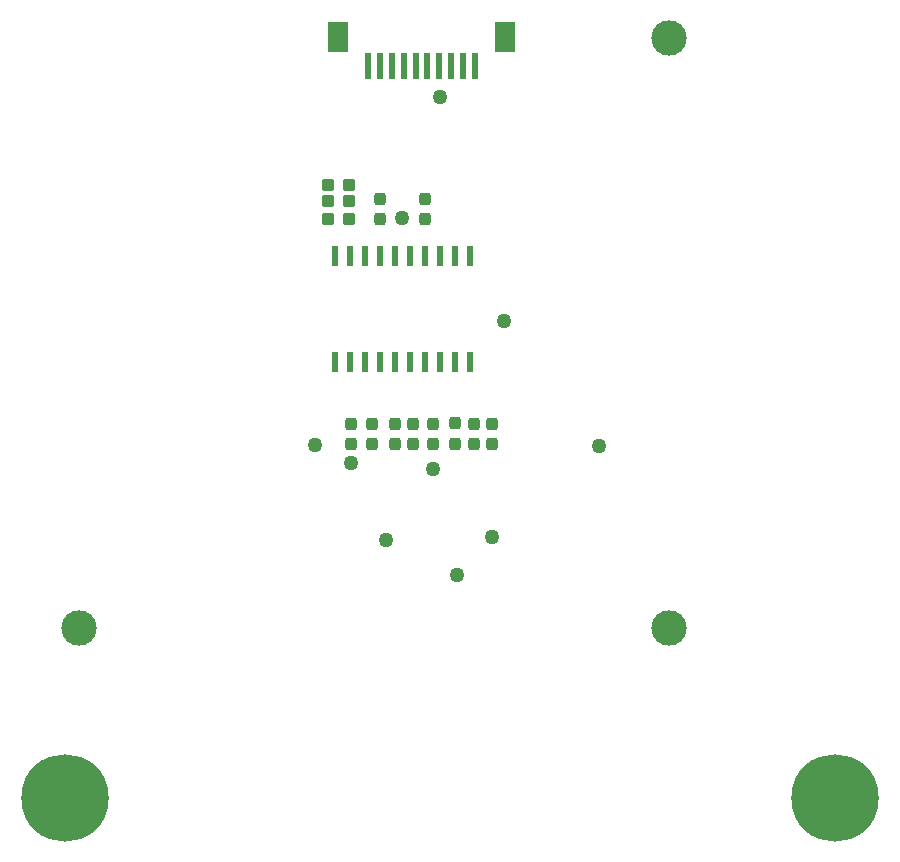
<source format=gbr>
%TF.GenerationSoftware,Altium Limited,Altium Designer,24.7.2 (38)*%
G04 Layer_Color=16711935*
%FSLAX43Y43*%
%MOMM*%
%TF.SameCoordinates,179ED5A7-1FD7-47B0-8EB6-D2B1FD869DB5*%
%TF.FilePolarity,Negative*%
%TF.FileFunction,Soldermask,Bot*%
%TF.Part,Single*%
G01*
G75*
%TA.AperFunction,ViaPad*%
%ADD12C,1.270*%
%TA.AperFunction,SMDPad,CuDef*%
%ADD13R,1.800X2.600*%
%ADD14R,0.600X2.200*%
%ADD15R,0.508X1.676*%
G04:AMPARAMS|DCode=16|XSize=1mm|YSize=1.05mm|CornerRadius=0.25mm|HoleSize=0mm|Usage=FLASHONLY|Rotation=180.000|XOffset=0mm|YOffset=0mm|HoleType=Round|Shape=RoundedRectangle|*
%AMROUNDEDRECTD16*
21,1,1.000,0.550,0,0,180.0*
21,1,0.500,1.050,0,0,180.0*
1,1,0.500,-0.250,0.275*
1,1,0.500,0.250,0.275*
1,1,0.500,0.250,-0.275*
1,1,0.500,-0.250,-0.275*
%
%ADD16ROUNDEDRECTD16*%
G04:AMPARAMS|DCode=17|XSize=1.05mm|YSize=1.1mm|CornerRadius=0.263mm|HoleSize=0mm|Usage=FLASHONLY|Rotation=90.000|XOffset=0mm|YOffset=0mm|HoleType=Round|Shape=RoundedRectangle|*
%AMROUNDEDRECTD17*
21,1,1.050,0.575,0,0,90.0*
21,1,0.525,1.100,0,0,90.0*
1,1,0.525,0.288,0.263*
1,1,0.525,0.288,-0.263*
1,1,0.525,-0.288,-0.263*
1,1,0.525,-0.288,0.263*
%
%ADD17ROUNDEDRECTD17*%
%TA.AperFunction,ComponentPad*%
%ADD19C,7.400*%
%TA.AperFunction,FiducialPad,Global*%
%ADD20C,3.000*%
D12*
X41997Y45341D02*
D03*
X36567Y64291D02*
D03*
X35951Y32841D02*
D03*
X31997Y26841D02*
D03*
X37997Y23841D02*
D03*
X40997Y27049D02*
D03*
X49997Y34800D02*
D03*
X29055Y33346D02*
D03*
X25997Y34841D02*
D03*
X33324Y54053D02*
D03*
D13*
X42097Y69391D02*
D03*
X27897D02*
D03*
D14*
X37497Y66991D02*
D03*
X34497D02*
D03*
X30497D02*
D03*
X31497D02*
D03*
X32497D02*
D03*
X33497D02*
D03*
X35497D02*
D03*
X36497D02*
D03*
X38497D02*
D03*
X39497D02*
D03*
D15*
X39107Y50841D02*
D03*
X37837D02*
D03*
X36567D02*
D03*
X35297D02*
D03*
X34027D02*
D03*
X32757D02*
D03*
X31487D02*
D03*
X30217D02*
D03*
X28947D02*
D03*
X27677D02*
D03*
Y41900D02*
D03*
X28947D02*
D03*
X30217D02*
D03*
X31487D02*
D03*
X32757D02*
D03*
X34027D02*
D03*
X35297D02*
D03*
X36567D02*
D03*
X37837D02*
D03*
X39107D02*
D03*
D16*
X30854Y36686D02*
D03*
Y34936D02*
D03*
X34273D02*
D03*
Y36686D02*
D03*
X40954Y34936D02*
D03*
Y36686D02*
D03*
X35951Y34936D02*
D03*
Y36686D02*
D03*
X32757Y34936D02*
D03*
Y36686D02*
D03*
X37837Y34966D02*
D03*
Y36716D02*
D03*
X28997Y34936D02*
D03*
Y36686D02*
D03*
X39424Y34936D02*
D03*
Y36686D02*
D03*
X35297Y55716D02*
D03*
Y53966D02*
D03*
X31487Y55716D02*
D03*
Y53966D02*
D03*
D17*
X28897Y56841D02*
D03*
X27097D02*
D03*
X27073Y55528D02*
D03*
X28873D02*
D03*
X27097Y53966D02*
D03*
X28897D02*
D03*
D19*
X70000Y5000D02*
D03*
X4831D02*
D03*
D20*
X55997Y69341D02*
D03*
X5997Y19341D02*
D03*
X55997D02*
D03*
%TF.MD5,5b1eb86030ac49e25647277ba3d7a1d6*%
M02*

</source>
